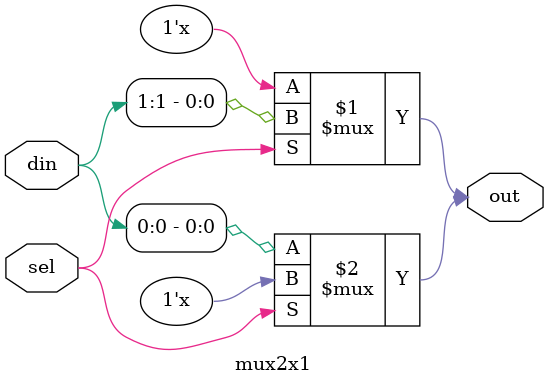
<source format=v>
module mux2x1(output out,
              input sel,
              input [1:0] din);

bufif1 b2(out, din[1], sel);
bufif0 b1(out, din[0], sel);
endmodule              

</source>
